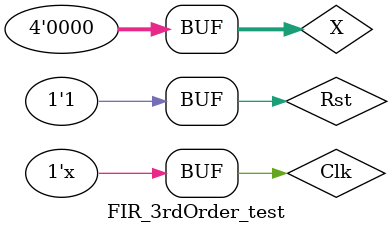
<source format=v>
`timescale 1ns / 1ps

module FIR_3rdOrder_test;
    reg [3:0] X;
    reg Clk, Rst;
    wire [9:0] Y;
    
    FIR_3rdOrder UUT(X, Rst, Clk, Y);
    
    initial
    begin
        Rst = 1'b0;
        Clk = 1'b0;
        #10;
        Rst = 1'b1;
        X = 1;
        #10;
        X = 2;
        #10;
        X = 3;
        #10;
        X = 4;
        #10;
        X = 0;
    end
    
    always #5 Clk = ~Clk;
  
endmodule
    
</source>
